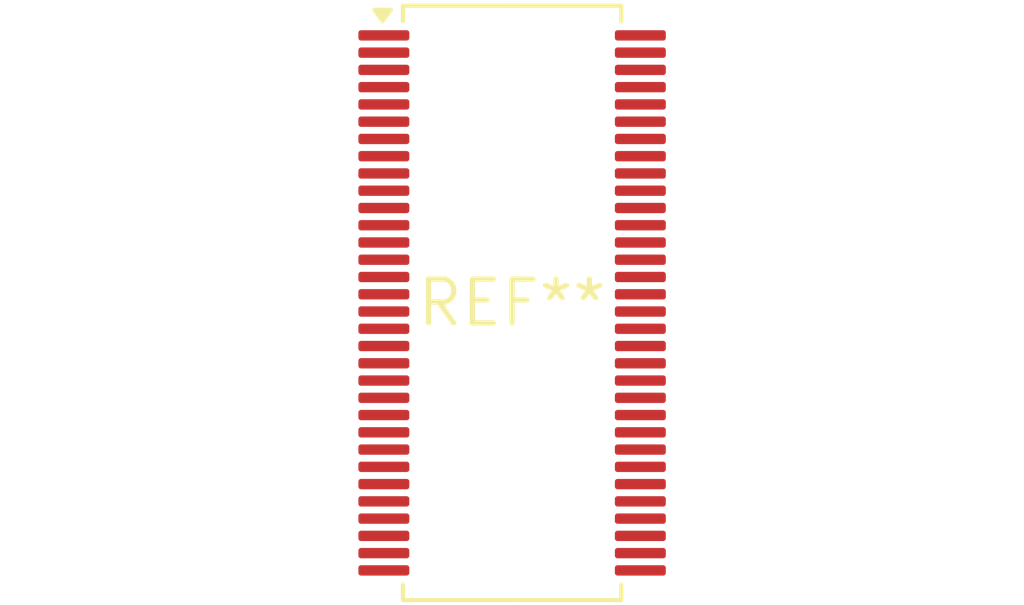
<source format=kicad_pcb>
(kicad_pcb (version 20240108) (generator pcbnew)
  (layers (0 "F.Cu" signal) (31 "B.Cu" signal) (34 "B.Paste" user) (35 "F.Paste" user) (36 "B.SilkS" user "B.Silkscreen") (37 "F.SilkS" user "F.Silkscreen") (38 "B.Mask" user) (39 "F.Mask" user) (44 "Edge.Cuts" user))
  (net 0 "")
  (footprint "TSSOP-64_6.1x17mm_P0.5mm" (layer "F.Cu") (at 0 0)
    (property "Reference" "REF**")
    (property "Value" "TSSOP-64_6.1x17mm_P0.5mm")
    (fp_line (start -3.16 -8.61) (end -3.16 -8.16) (layer "F.SilkS") (stroke (width 0.12)))
    (fp_line (start -3.16 8.61) (end -3.16 8.16) (layer "F.SilkS") (stroke (width 0.12)))
    (fp_line (start 0 -8.61) (end -3.16 -8.61) (layer "F.SilkS") (stroke (width 0.12)))
    (fp_line (start 0 -8.61) (end 3.16 -8.61) (layer "F.SilkS") (stroke (width 0.12)))
    (fp_line (start 0 8.61) (end -3.16 8.61) (layer "F.SilkS") (stroke (width 0.12)))
    (fp_line (start 0 8.61) (end 3.16 8.61) (layer "F.SilkS") (stroke (width 0.12)))
    (fp_line (start 3.16 -8.61) (end 3.16 -8.16) (layer "F.SilkS") (stroke (width 0.12)))
    (fp_line (start 3.16 8.61) (end 3.16 8.16) (layer "F.SilkS") (stroke (width 0.12)))
    (fp_poly (pts (xy -3.75 -8.16) (xy -3.99 -8.49) (xy -3.51 -8.49) (xy -3.75 -8.16)) (layer "F.SilkS") (stroke (width 0.12)) (fill solid))
    (pad "1" smd roundrect (at -3.7125 -7.75) (size 1.475 0.3) (layers "F.Cu" "F.Paste" "F.Mask"))
    (pad "2" smd roundrect (at -3.7125 -7.25) (size 1.475 0.3) (layers "F.Cu" "F.Paste" "F.Mask"))
    (pad "3" smd roundrect (at -3.7125 -6.75) (size 1.475 0.3) (layers "F.Cu" "F.Paste" "F.Mask"))
    (pad "4" smd roundrect (at -3.7125 -6.25) (size 1.475 0.3) (layers "F.Cu" "F.Paste" "F.Mask"))
    (pad "5" smd roundrect (at -3.7125 -5.75) (size 1.475 0.3) (layers "F.Cu" "F.Paste" "F.Mask"))
    (pad "6" smd roundrect (at -3.7125 -5.25) (size 1.475 0.3) (layers "F.Cu" "F.Paste" "F.Mask"))
    (pad "7" smd roundrect (at -3.7125 -4.75) (size 1.475 0.3) (layers "F.Cu" "F.Paste" "F.Mask"))
    (pad "8" smd roundrect (at -3.7125 -4.25) (size 1.475 0.3) (layers "F.Cu" "F.Paste" "F.Mask"))
    (pad "9" smd roundrect (at -3.7125 -3.75) (size 1.475 0.3) (layers "F.Cu" "F.Paste" "F.Mask"))
    (pad "10" smd roundrect (at -3.7125 -3.25) (size 1.475 0.3) (layers "F.Cu" "F.Paste" "F.Mask"))
    (pad "11" smd roundrect (at -3.7125 -2.75) (size 1.475 0.3) (layers "F.Cu" "F.Paste" "F.Mask"))
    (pad "12" smd roundrect (at -3.7125 -2.25) (size 1.475 0.3) (layers "F.Cu" "F.Paste" "F.Mask"))
    (pad "13" smd roundrect (at -3.7125 -1.75) (size 1.475 0.3) (layers "F.Cu" "F.Paste" "F.Mask"))
    (pad "14" smd roundrect (at -3.7125 -1.25) (size 1.475 0.3) (layers "F.Cu" "F.Paste" "F.Mask"))
    (pad "15" smd roundrect (at -3.7125 -0.75) (size 1.475 0.3) (layers "F.Cu" "F.Paste" "F.Mask"))
    (pad "16" smd roundrect (at -3.7125 -0.25) (size 1.475 0.3) (layers "F.Cu" "F.Paste" "F.Mask"))
    (pad "17" smd roundrect (at -3.7125 0.25) (size 1.475 0.3) (layers "F.Cu" "F.Paste" "F.Mask"))
    (pad "18" smd roundrect (at -3.7125 0.75) (size 1.475 0.3) (layers "F.Cu" "F.Paste" "F.Mask"))
    (pad "19" smd roundrect (at -3.7125 1.25) (size 1.475 0.3) (layers "F.Cu" "F.Paste" "F.Mask"))
    (pad "20" smd roundrect (at -3.7125 1.75) (size 1.475 0.3) (layers "F.Cu" "F.Paste" "F.Mask"))
    (pad "21" smd roundrect (at -3.7125 2.25) (size 1.475 0.3) (layers "F.Cu" "F.Paste" "F.Mask"))
    (pad "22" smd roundrect (at -3.7125 2.75) (size 1.475 0.3) (layers "F.Cu" "F.Paste" "F.Mask"))
    (pad "23" smd roundrect (at -3.7125 3.25) (size 1.475 0.3) (layers "F.Cu" "F.Paste" "F.Mask"))
    (pad "24" smd roundrect (at -3.7125 3.75) (size 1.475 0.3) (layers "F.Cu" "F.Paste" "F.Mask"))
    (pad "25" smd roundrect (at -3.7125 4.25) (size 1.475 0.3) (layers "F.Cu" "F.Paste" "F.Mask"))
    (pad "26" smd roundrect (at -3.7125 4.75) (size 1.475 0.3) (layers "F.Cu" "F.Paste" "F.Mask"))
    (pad "27" smd roundrect (at -3.7125 5.25) (size 1.475 0.3) (layers "F.Cu" "F.Paste" "F.Mask"))
    (pad "28" smd roundrect (at -3.7125 5.75) (size 1.475 0.3) (layers "F.Cu" "F.Paste" "F.Mask"))
    (pad "29" smd roundrect (at -3.7125 6.25) (size 1.475 0.3) (layers "F.Cu" "F.Paste" "F.Mask"))
    (pad "30" smd roundrect (at -3.7125 6.75) (size 1.475 0.3) (layers "F.Cu" "F.Paste" "F.Mask"))
    (pad "31" smd roundrect (at -3.7125 7.25) (size 1.475 0.3) (layers "F.Cu" "F.Paste" "F.Mask"))
    (pad "32" smd roundrect (at -3.7125 7.75) (size 1.475 0.3) (layers "F.Cu" "F.Paste" "F.Mask"))
    (pad "33" smd roundrect (at 3.7125 7.75) (size 1.475 0.3) (layers "F.Cu" "F.Paste" "F.Mask"))
    (pad "34" smd roundrect (at 3.7125 7.25) (size 1.475 0.3) (layers "F.Cu" "F.Paste" "F.Mask"))
    (pad "35" smd roundrect (at 3.7125 6.75) (size 1.475 0.3) (layers "F.Cu" "F.Paste" "F.Mask"))
    (pad "36" smd roundrect (at 3.7125 6.25) (size 1.475 0.3) (layers "F.Cu" "F.Paste" "F.Mask"))
    (pad "37" smd roundrect (at 3.7125 5.75) (size 1.475 0.3) (layers "F.Cu" "F.Paste" "F.Mask"))
    (pad "38" smd roundrect (at 3.7125 5.25) (size 1.475 0.3) (layers "F.Cu" "F.Paste" "F.Mask"))
    (pad "39" smd roundrect (at 3.7125 4.75) (size 1.475 0.3) (layers "F.Cu" "F.Paste" "F.Mask"))
    (pad "40" smd roundrect (at 3.7125 4.25) (size 1.475 0.3) (layers "F.Cu" "F.Paste" "F.Mask"))
    (pad "41" smd roundrect (at 3.7125 3.75) (size 1.475 0.3) (layers "F.Cu" "F.Paste" "F.Mask"))
    (pad "42" smd roundrect (at 3.7125 3.25) (size 1.475 0.3) (layers "F.Cu" "F.Paste" "F.Mask"))
    (pad "43" smd roundrect (at 3.7125 2.75) (size 1.475 0.3) (layers "F.Cu" "F.Paste" "F.Mask"))
    (pad "44" smd roundrect (at 3.7125 2.25) (size 1.475 0.3) (layers "F.Cu" "F.Paste" "F.Mask"))
    (pad "45" smd roundrect (at 3.7125 1.75) (size 1.475 0.3) (layers "F.Cu" "F.Paste" "F.Mask"))
    (pad "46" smd roundrect (at 3.7125 1.25) (size 1.475 0.3) (layers "F.Cu" "F.Paste" "F.Mask"))
    (pad "47" smd roundrect (at 3.7125 0.75) (size 1.475 0.3) (layers "F.Cu" "F.Paste" "F.Mask"))
    (pad "48" smd roundrect (at 3.7125 0.25) (size 1.475 0.3) (layers "F.Cu" "F.Paste" "F.Mask"))
    (pad "49" smd roundrect (at 3.7125 -0.25) (size 1.475 0.3) (layers "F.Cu" "F.Paste" "F.Mask"))
    (pad "50" smd roundrect (at 3.7125 -0.75) (size 1.475 0.3) (layers "F.Cu" "F.Paste" "F.Mask"))
    (pad "51" smd roundrect (at 3.7125 -1.25) (size 1.475 0.3) (layers "F.Cu" "F.Paste" "F.Mask"))
    (pad "52" smd roundrect (at 3.7125 -1.75) (size 1.475 0.3) (layers "F.Cu" "F.Paste" "F.Mask"))
    (pad "53" smd roundrect (at 3.7125 -2.25) (size 1.475 0.3) (layers "F.Cu" "F.Paste" "F.Mask"))
    (pad "54" smd roundrect (at 3.7125 -2.75) (size 1.475 0.3) (layers "F.Cu" "F.Paste" "F.Mask"))
    (pad "55" smd roundrect (at 3.7125 -3.25) (size 1.475 0.3) (layers "F.Cu" "F.Paste" "F.Mask"))
    (pad "56" smd roundrect (at 3.7125 -3.75) (size 1.475 0.3) (layers "F.Cu" "F.Paste" "F.Mask"))
    (pad "57" smd roundrect (at 3.7125 -4.25) (size 1.475 0.3) (layers "F.Cu" "F.Paste" "F.Mask"))
    (pad "58" smd roundrect (at 3.7125 -4.75) (size 1.475 0.3) (layers "F.Cu" "F.Paste" "F.Mask"))
    (pad "59" smd roundrect (at 3.7125 -5.25) (size 1.475 0.3) (layers "F.Cu" "F.Paste" "F.Mask"))
    (pad "60" smd roundrect (at 3.7125 -5.75) (size 1.475 0.3) (layers "F.Cu" "F.Paste" "F.Mask"))
    (pad "61" smd roundrect (at 3.7125 -6.25) (size 1.475 0.3) (layers "F.Cu" "F.Paste" "F.Mask"))
    (pad "62" smd roundrect (at 3.7125 -6.75) (size 1.475 0.3) (layers "F.Cu" "F.Paste" "F.Mask"))
    (pad "63" smd roundrect (at 3.7125 -7.25) (size 1.475 0.3) (layers "F.Cu" "F.Paste" "F.Mask"))
    (pad "64" smd roundrect (at 3.7125 -7.75) (size 1.475 0.3) (layers "F.Cu" "F.Paste" "F.Mask"))
  )
)
</source>
